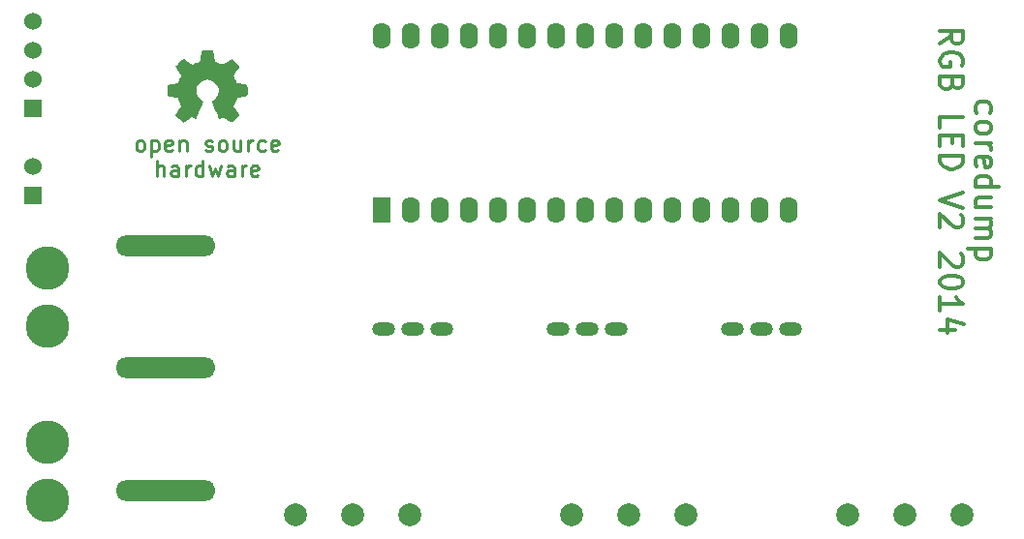
<source format=gts>
G04 (created by PCBNEW (2013-jul-07)-stable) date Mon 01 Dez 2014 22:00:58 CET*
%MOIN*%
G04 Gerber Fmt 3.4, Leading zero omitted, Abs format*
%FSLAX34Y34*%
G01*
G70*
G90*
G04 APERTURE LIST*
%ADD10C,0.00590551*%
%ADD11C,0.00984252*%
%ADD12C,0.011811*%
%ADD13C,0.0001*%
%ADD14C,0.0787402*%
%ADD15R,0.06X0.06*%
%ADD16C,0.06*%
%ADD17O,0.343307X0.0716535*%
%ADD18O,0.062X0.09*%
%ADD19R,0.062X0.09*%
%ADD20C,0.15*%
%ADD21O,0.0787402X0.0472441*%
G04 APERTURE END LIST*
G54D10*
G54D11*
X12150Y-13473D02*
X12098Y-13446D01*
X12072Y-13420D01*
X12045Y-13368D01*
X12045Y-13210D01*
X12072Y-13158D01*
X12098Y-13131D01*
X12150Y-13105D01*
X12229Y-13105D01*
X12282Y-13131D01*
X12308Y-13158D01*
X12334Y-13210D01*
X12334Y-13368D01*
X12308Y-13420D01*
X12282Y-13446D01*
X12229Y-13473D01*
X12150Y-13473D01*
X12570Y-13105D02*
X12570Y-13656D01*
X12570Y-13131D02*
X12623Y-13105D01*
X12728Y-13105D01*
X12780Y-13131D01*
X12807Y-13158D01*
X12833Y-13210D01*
X12833Y-13368D01*
X12807Y-13420D01*
X12780Y-13446D01*
X12728Y-13473D01*
X12623Y-13473D01*
X12570Y-13446D01*
X13279Y-13446D02*
X13227Y-13473D01*
X13122Y-13473D01*
X13069Y-13446D01*
X13043Y-13394D01*
X13043Y-13184D01*
X13069Y-13131D01*
X13122Y-13105D01*
X13227Y-13105D01*
X13279Y-13131D01*
X13305Y-13184D01*
X13305Y-13236D01*
X13043Y-13289D01*
X13541Y-13105D02*
X13541Y-13473D01*
X13541Y-13158D02*
X13568Y-13131D01*
X13620Y-13105D01*
X13699Y-13105D01*
X13751Y-13131D01*
X13778Y-13184D01*
X13778Y-13473D01*
X14434Y-13446D02*
X14486Y-13473D01*
X14591Y-13473D01*
X14644Y-13446D01*
X14670Y-13394D01*
X14670Y-13368D01*
X14644Y-13315D01*
X14591Y-13289D01*
X14513Y-13289D01*
X14460Y-13263D01*
X14434Y-13210D01*
X14434Y-13184D01*
X14460Y-13131D01*
X14513Y-13105D01*
X14591Y-13105D01*
X14644Y-13131D01*
X14985Y-13473D02*
X14933Y-13446D01*
X14906Y-13420D01*
X14880Y-13368D01*
X14880Y-13210D01*
X14906Y-13158D01*
X14933Y-13131D01*
X14985Y-13105D01*
X15064Y-13105D01*
X15116Y-13131D01*
X15143Y-13158D01*
X15169Y-13210D01*
X15169Y-13368D01*
X15143Y-13420D01*
X15116Y-13446D01*
X15064Y-13473D01*
X14985Y-13473D01*
X15641Y-13105D02*
X15641Y-13473D01*
X15405Y-13105D02*
X15405Y-13394D01*
X15431Y-13446D01*
X15484Y-13473D01*
X15562Y-13473D01*
X15615Y-13446D01*
X15641Y-13420D01*
X15904Y-13473D02*
X15904Y-13105D01*
X15904Y-13210D02*
X15930Y-13158D01*
X15956Y-13131D01*
X16009Y-13105D01*
X16061Y-13105D01*
X16481Y-13446D02*
X16429Y-13473D01*
X16324Y-13473D01*
X16271Y-13446D01*
X16245Y-13420D01*
X16219Y-13368D01*
X16219Y-13210D01*
X16245Y-13158D01*
X16271Y-13131D01*
X16324Y-13105D01*
X16429Y-13105D01*
X16481Y-13131D01*
X16927Y-13446D02*
X16875Y-13473D01*
X16770Y-13473D01*
X16717Y-13446D01*
X16691Y-13394D01*
X16691Y-13184D01*
X16717Y-13131D01*
X16770Y-13105D01*
X16875Y-13105D01*
X16927Y-13131D01*
X16954Y-13184D01*
X16954Y-13236D01*
X16691Y-13289D01*
X12767Y-14343D02*
X12767Y-13791D01*
X13003Y-14343D02*
X13003Y-14054D01*
X12977Y-14001D01*
X12925Y-13975D01*
X12846Y-13975D01*
X12793Y-14001D01*
X12767Y-14028D01*
X13502Y-14343D02*
X13502Y-14054D01*
X13476Y-14001D01*
X13423Y-13975D01*
X13318Y-13975D01*
X13266Y-14001D01*
X13502Y-14316D02*
X13450Y-14343D01*
X13318Y-14343D01*
X13266Y-14316D01*
X13240Y-14264D01*
X13240Y-14211D01*
X13266Y-14159D01*
X13318Y-14133D01*
X13450Y-14133D01*
X13502Y-14106D01*
X13765Y-14343D02*
X13765Y-13975D01*
X13765Y-14080D02*
X13791Y-14028D01*
X13817Y-14001D01*
X13870Y-13975D01*
X13922Y-13975D01*
X14342Y-14343D02*
X14342Y-13791D01*
X14342Y-14316D02*
X14290Y-14343D01*
X14185Y-14343D01*
X14132Y-14316D01*
X14106Y-14290D01*
X14080Y-14238D01*
X14080Y-14080D01*
X14106Y-14028D01*
X14132Y-14001D01*
X14185Y-13975D01*
X14290Y-13975D01*
X14342Y-14001D01*
X14552Y-13975D02*
X14657Y-14343D01*
X14762Y-14080D01*
X14867Y-14343D01*
X14972Y-13975D01*
X15418Y-14343D02*
X15418Y-14054D01*
X15392Y-14001D01*
X15339Y-13975D01*
X15234Y-13975D01*
X15182Y-14001D01*
X15418Y-14316D02*
X15366Y-14343D01*
X15234Y-14343D01*
X15182Y-14316D01*
X15156Y-14264D01*
X15156Y-14211D01*
X15182Y-14159D01*
X15234Y-14133D01*
X15366Y-14133D01*
X15418Y-14106D01*
X15681Y-14343D02*
X15681Y-13975D01*
X15681Y-14080D02*
X15707Y-14028D01*
X15733Y-14001D01*
X15786Y-13975D01*
X15838Y-13975D01*
X16232Y-14316D02*
X16179Y-14343D01*
X16074Y-14343D01*
X16022Y-14316D01*
X15996Y-14264D01*
X15996Y-14054D01*
X16022Y-14001D01*
X16074Y-13975D01*
X16179Y-13975D01*
X16232Y-14001D01*
X16258Y-14054D01*
X16258Y-14106D01*
X15996Y-14159D01*
G54D12*
X40968Y-12156D02*
X40931Y-12081D01*
X40931Y-11931D01*
X40968Y-11856D01*
X41006Y-11819D01*
X41081Y-11781D01*
X41306Y-11781D01*
X41381Y-11819D01*
X41418Y-11856D01*
X41456Y-11931D01*
X41456Y-12081D01*
X41418Y-12156D01*
X40931Y-12606D02*
X40968Y-12531D01*
X41006Y-12494D01*
X41081Y-12456D01*
X41306Y-12456D01*
X41381Y-12494D01*
X41418Y-12531D01*
X41456Y-12606D01*
X41456Y-12718D01*
X41418Y-12793D01*
X41381Y-12831D01*
X41306Y-12868D01*
X41081Y-12868D01*
X41006Y-12831D01*
X40968Y-12793D01*
X40931Y-12718D01*
X40931Y-12606D01*
X40931Y-13206D02*
X41456Y-13206D01*
X41306Y-13206D02*
X41381Y-13243D01*
X41418Y-13281D01*
X41456Y-13356D01*
X41456Y-13431D01*
X40968Y-13993D02*
X40931Y-13918D01*
X40931Y-13768D01*
X40968Y-13693D01*
X41043Y-13656D01*
X41343Y-13656D01*
X41418Y-13693D01*
X41456Y-13768D01*
X41456Y-13918D01*
X41418Y-13993D01*
X41343Y-14031D01*
X41268Y-14031D01*
X41193Y-13656D01*
X40931Y-14706D02*
X41718Y-14706D01*
X40968Y-14706D02*
X40931Y-14631D01*
X40931Y-14481D01*
X40968Y-14406D01*
X41006Y-14368D01*
X41081Y-14331D01*
X41306Y-14331D01*
X41381Y-14368D01*
X41418Y-14406D01*
X41456Y-14481D01*
X41456Y-14631D01*
X41418Y-14706D01*
X41456Y-15418D02*
X40931Y-15418D01*
X41456Y-15081D02*
X41043Y-15081D01*
X40968Y-15118D01*
X40931Y-15193D01*
X40931Y-15306D01*
X40968Y-15381D01*
X41006Y-15418D01*
X40931Y-15793D02*
X41456Y-15793D01*
X41381Y-15793D02*
X41418Y-15831D01*
X41456Y-15906D01*
X41456Y-16018D01*
X41418Y-16093D01*
X41343Y-16131D01*
X40931Y-16131D01*
X41343Y-16131D02*
X41418Y-16168D01*
X41456Y-16243D01*
X41456Y-16356D01*
X41418Y-16431D01*
X41343Y-16468D01*
X40931Y-16468D01*
X41456Y-16843D02*
X40668Y-16843D01*
X41418Y-16843D02*
X41456Y-16918D01*
X41456Y-17068D01*
X41418Y-17143D01*
X41381Y-17180D01*
X41306Y-17218D01*
X41081Y-17218D01*
X41006Y-17180D01*
X40968Y-17143D01*
X40931Y-17068D01*
X40931Y-16918D01*
X40968Y-16843D01*
X39710Y-9775D02*
X40085Y-9513D01*
X39710Y-9325D02*
X40498Y-9325D01*
X40498Y-9625D01*
X40460Y-9700D01*
X40423Y-9738D01*
X40348Y-9775D01*
X40235Y-9775D01*
X40160Y-9738D01*
X40123Y-9700D01*
X40085Y-9625D01*
X40085Y-9325D01*
X40460Y-10525D02*
X40498Y-10450D01*
X40498Y-10338D01*
X40460Y-10225D01*
X40385Y-10150D01*
X40310Y-10113D01*
X40160Y-10075D01*
X40048Y-10075D01*
X39898Y-10113D01*
X39823Y-10150D01*
X39748Y-10225D01*
X39710Y-10338D01*
X39710Y-10413D01*
X39748Y-10525D01*
X39785Y-10562D01*
X40048Y-10562D01*
X40048Y-10413D01*
X40123Y-11162D02*
X40085Y-11275D01*
X40048Y-11312D01*
X39973Y-11350D01*
X39860Y-11350D01*
X39785Y-11312D01*
X39748Y-11275D01*
X39710Y-11200D01*
X39710Y-10900D01*
X40498Y-10900D01*
X40498Y-11162D01*
X40460Y-11237D01*
X40423Y-11275D01*
X40348Y-11312D01*
X40273Y-11312D01*
X40198Y-11275D01*
X40160Y-11237D01*
X40123Y-11162D01*
X40123Y-10900D01*
X39710Y-12662D02*
X39710Y-12287D01*
X40498Y-12287D01*
X40123Y-12925D02*
X40123Y-13187D01*
X39710Y-13300D02*
X39710Y-12925D01*
X40498Y-12925D01*
X40498Y-13300D01*
X39710Y-13637D02*
X40498Y-13637D01*
X40498Y-13825D01*
X40460Y-13937D01*
X40385Y-14012D01*
X40310Y-14050D01*
X40160Y-14087D01*
X40048Y-14087D01*
X39898Y-14050D01*
X39823Y-14012D01*
X39748Y-13937D01*
X39710Y-13825D01*
X39710Y-13637D01*
X40498Y-14912D02*
X39710Y-15174D01*
X40498Y-15437D01*
X40423Y-15662D02*
X40460Y-15699D01*
X40498Y-15774D01*
X40498Y-15962D01*
X40460Y-16037D01*
X40423Y-16074D01*
X40348Y-16112D01*
X40273Y-16112D01*
X40160Y-16074D01*
X39710Y-15624D01*
X39710Y-16112D01*
X40423Y-17012D02*
X40460Y-17049D01*
X40498Y-17124D01*
X40498Y-17312D01*
X40460Y-17387D01*
X40423Y-17424D01*
X40348Y-17462D01*
X40273Y-17462D01*
X40160Y-17424D01*
X39710Y-16974D01*
X39710Y-17462D01*
X40498Y-17949D02*
X40498Y-18024D01*
X40460Y-18099D01*
X40423Y-18137D01*
X40348Y-18174D01*
X40198Y-18212D01*
X40010Y-18212D01*
X39860Y-18174D01*
X39785Y-18137D01*
X39748Y-18099D01*
X39710Y-18024D01*
X39710Y-17949D01*
X39748Y-17874D01*
X39785Y-17837D01*
X39860Y-17799D01*
X40010Y-17762D01*
X40198Y-17762D01*
X40348Y-17799D01*
X40423Y-17837D01*
X40460Y-17874D01*
X40498Y-17949D01*
X39710Y-18961D02*
X39710Y-18511D01*
X39710Y-18736D02*
X40498Y-18736D01*
X40385Y-18661D01*
X40310Y-18586D01*
X40273Y-18511D01*
X40235Y-19636D02*
X39710Y-19636D01*
X40535Y-19449D02*
X39973Y-19261D01*
X39973Y-19749D01*
G54D13*
G36*
X13665Y-12488D02*
X13679Y-12480D01*
X13712Y-12460D01*
X13758Y-12430D01*
X13812Y-12393D01*
X13867Y-12356D01*
X13911Y-12326D01*
X13943Y-12306D01*
X13956Y-12299D01*
X13963Y-12301D01*
X13989Y-12314D01*
X14027Y-12333D01*
X14048Y-12345D01*
X14083Y-12360D01*
X14100Y-12363D01*
X14103Y-12358D01*
X14116Y-12331D01*
X14136Y-12286D01*
X14162Y-12227D01*
X14191Y-12157D01*
X14223Y-12081D01*
X14255Y-12004D01*
X14286Y-11931D01*
X14313Y-11865D01*
X14334Y-11811D01*
X14349Y-11774D01*
X14354Y-11758D01*
X14352Y-11755D01*
X14335Y-11738D01*
X14305Y-11715D01*
X14240Y-11662D01*
X14175Y-11582D01*
X14136Y-11491D01*
X14123Y-11389D01*
X14134Y-11295D01*
X14171Y-11205D01*
X14234Y-11124D01*
X14310Y-11064D01*
X14400Y-11025D01*
X14500Y-11013D01*
X14596Y-11024D01*
X14688Y-11060D01*
X14769Y-11122D01*
X14804Y-11162D01*
X14851Y-11244D01*
X14878Y-11332D01*
X14881Y-11354D01*
X14877Y-11451D01*
X14848Y-11544D01*
X14797Y-11627D01*
X14726Y-11695D01*
X14717Y-11701D01*
X14684Y-11726D01*
X14662Y-11743D01*
X14645Y-11757D01*
X14768Y-12053D01*
X14788Y-12101D01*
X14822Y-12182D01*
X14852Y-12252D01*
X14875Y-12307D01*
X14892Y-12344D01*
X14899Y-12359D01*
X14900Y-12360D01*
X14911Y-12362D01*
X14933Y-12354D01*
X14975Y-12334D01*
X15002Y-12320D01*
X15034Y-12304D01*
X15048Y-12299D01*
X15060Y-12305D01*
X15090Y-12325D01*
X15134Y-12354D01*
X15187Y-12390D01*
X15238Y-12425D01*
X15284Y-12455D01*
X15318Y-12477D01*
X15334Y-12486D01*
X15337Y-12486D01*
X15352Y-12478D01*
X15378Y-12455D01*
X15419Y-12417D01*
X15476Y-12361D01*
X15485Y-12352D01*
X15532Y-12304D01*
X15570Y-12264D01*
X15595Y-12236D01*
X15605Y-12223D01*
X15605Y-12223D01*
X15596Y-12207D01*
X15575Y-12173D01*
X15544Y-12126D01*
X15506Y-12071D01*
X15408Y-11928D01*
X15462Y-11793D01*
X15479Y-11752D01*
X15500Y-11702D01*
X15515Y-11666D01*
X15523Y-11651D01*
X15538Y-11645D01*
X15575Y-11637D01*
X15628Y-11626D01*
X15692Y-11614D01*
X15753Y-11602D01*
X15808Y-11592D01*
X15847Y-11584D01*
X15865Y-11581D01*
X15869Y-11578D01*
X15873Y-11570D01*
X15875Y-11551D01*
X15877Y-11518D01*
X15877Y-11465D01*
X15877Y-11389D01*
X15877Y-11381D01*
X15877Y-11308D01*
X15875Y-11251D01*
X15873Y-11213D01*
X15871Y-11198D01*
X15871Y-11198D01*
X15854Y-11194D01*
X15815Y-11186D01*
X15760Y-11175D01*
X15695Y-11163D01*
X15691Y-11162D01*
X15625Y-11149D01*
X15571Y-11138D01*
X15533Y-11129D01*
X15516Y-11124D01*
X15513Y-11120D01*
X15500Y-11094D01*
X15481Y-11054D01*
X15460Y-11004D01*
X15438Y-10953D01*
X15420Y-10907D01*
X15408Y-10873D01*
X15404Y-10857D01*
X15404Y-10857D01*
X15414Y-10841D01*
X15436Y-10808D01*
X15468Y-10761D01*
X15506Y-10705D01*
X15509Y-10701D01*
X15546Y-10646D01*
X15577Y-10599D01*
X15597Y-10566D01*
X15605Y-10551D01*
X15604Y-10550D01*
X15592Y-10534D01*
X15564Y-10502D01*
X15524Y-10460D01*
X15475Y-10412D01*
X15460Y-10397D01*
X15407Y-10344D01*
X15369Y-10310D01*
X15346Y-10292D01*
X15335Y-10288D01*
X15335Y-10288D01*
X15318Y-10298D01*
X15283Y-10321D01*
X15236Y-10353D01*
X15180Y-10391D01*
X15176Y-10393D01*
X15121Y-10431D01*
X15075Y-10462D01*
X15043Y-10484D01*
X15029Y-10492D01*
X15026Y-10492D01*
X15004Y-10486D01*
X14965Y-10472D01*
X14916Y-10453D01*
X14865Y-10433D01*
X14819Y-10413D01*
X14784Y-10397D01*
X14768Y-10388D01*
X14767Y-10387D01*
X14762Y-10367D01*
X14752Y-10326D01*
X14740Y-10269D01*
X14728Y-10202D01*
X14726Y-10191D01*
X14713Y-10126D01*
X14703Y-10071D01*
X14695Y-10034D01*
X14691Y-10018D01*
X14682Y-10016D01*
X14650Y-10014D01*
X14601Y-10013D01*
X14541Y-10012D01*
X14479Y-10012D01*
X14418Y-10014D01*
X14366Y-10016D01*
X14329Y-10018D01*
X14314Y-10021D01*
X14313Y-10022D01*
X14307Y-10042D01*
X14298Y-10084D01*
X14287Y-10141D01*
X14274Y-10208D01*
X14272Y-10220D01*
X14259Y-10286D01*
X14248Y-10340D01*
X14240Y-10376D01*
X14236Y-10391D01*
X14230Y-10394D01*
X14203Y-10406D01*
X14159Y-10424D01*
X14105Y-10446D01*
X13979Y-10497D01*
X13824Y-10391D01*
X13810Y-10382D01*
X13754Y-10344D01*
X13709Y-10313D01*
X13677Y-10293D01*
X13664Y-10285D01*
X13663Y-10286D01*
X13647Y-10299D01*
X13616Y-10328D01*
X13575Y-10369D01*
X13526Y-10417D01*
X13490Y-10453D01*
X13447Y-10497D01*
X13420Y-10526D01*
X13406Y-10545D01*
X13400Y-10556D01*
X13402Y-10563D01*
X13412Y-10579D01*
X13434Y-10613D01*
X13466Y-10660D01*
X13504Y-10715D01*
X13535Y-10761D01*
X13568Y-10813D01*
X13590Y-10850D01*
X13598Y-10868D01*
X13596Y-10875D01*
X13585Y-10906D01*
X13567Y-10951D01*
X13543Y-11006D01*
X13490Y-11128D01*
X13409Y-11144D01*
X13361Y-11153D01*
X13293Y-11166D01*
X13228Y-11179D01*
X13126Y-11198D01*
X13122Y-11571D01*
X13138Y-11578D01*
X13153Y-11582D01*
X13191Y-11590D01*
X13245Y-11601D01*
X13308Y-11613D01*
X13362Y-11623D01*
X13416Y-11634D01*
X13455Y-11641D01*
X13473Y-11645D01*
X13477Y-11651D01*
X13491Y-11677D01*
X13510Y-11719D01*
X13532Y-11769D01*
X13554Y-11822D01*
X13573Y-11870D01*
X13586Y-11907D01*
X13591Y-11926D01*
X13584Y-11940D01*
X13563Y-11972D01*
X13533Y-12018D01*
X13496Y-12072D01*
X13459Y-12126D01*
X13428Y-12172D01*
X13406Y-12205D01*
X13397Y-12220D01*
X13402Y-12231D01*
X13423Y-12257D01*
X13464Y-12299D01*
X13525Y-12359D01*
X13535Y-12369D01*
X13583Y-12415D01*
X13624Y-12453D01*
X13652Y-12478D01*
X13665Y-12488D01*
X13665Y-12488D01*
G37*
G54D14*
X17531Y-26000D03*
X19500Y-26000D03*
X21468Y-26000D03*
X27031Y-26000D03*
X29000Y-26000D03*
X30968Y-26000D03*
X36531Y-26000D03*
X38500Y-26000D03*
X40468Y-26000D03*
G54D15*
X8500Y-12000D03*
G54D16*
X8500Y-11000D03*
X8500Y-10000D03*
X8500Y-9000D03*
G54D15*
X8500Y-15000D03*
G54D16*
X8500Y-14000D03*
G54D17*
X13066Y-25161D03*
X13066Y-20948D03*
X13066Y-16736D03*
G54D18*
X34500Y-9500D03*
X33500Y-9500D03*
X32500Y-9500D03*
X31500Y-9500D03*
X30500Y-9500D03*
X29500Y-9500D03*
X28500Y-9500D03*
X27500Y-9500D03*
X26500Y-9500D03*
X25500Y-9500D03*
X24500Y-9500D03*
X23500Y-9500D03*
X22500Y-9500D03*
X21500Y-9500D03*
X20500Y-9500D03*
G54D19*
X20500Y-15500D03*
G54D18*
X21500Y-15500D03*
X22500Y-15500D03*
X23500Y-15500D03*
X24500Y-15500D03*
X25500Y-15500D03*
X26500Y-15500D03*
X27500Y-15500D03*
X28500Y-15500D03*
X29500Y-15500D03*
X30500Y-15500D03*
X31500Y-15500D03*
X32500Y-15500D03*
X33500Y-15500D03*
X34500Y-15500D03*
G54D20*
X9000Y-17500D03*
X9000Y-19500D03*
X9000Y-23500D03*
X9000Y-25500D03*
G54D21*
X20574Y-19594D03*
X21574Y-19594D03*
X22574Y-19594D03*
X26574Y-19594D03*
X27574Y-19594D03*
X28574Y-19594D03*
X32574Y-19594D03*
X33574Y-19594D03*
X34574Y-19594D03*
M02*

</source>
